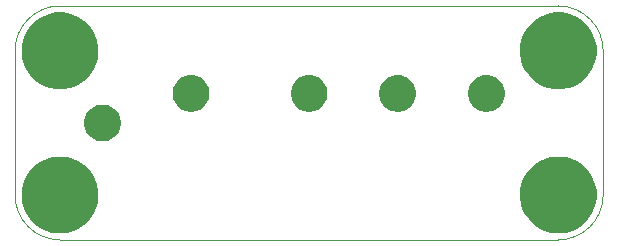
<source format=gbs>
G04 #@! TF.GenerationSoftware,KiCad,Pcbnew,5.1.4*
G04 #@! TF.CreationDate,2019-09-17T23:22:18+02:00*
G04 #@! TF.ProjectId,Tunnelling-Amp,54756e6e-656c-46c6-996e-672d416d702e,rev?*
G04 #@! TF.SameCoordinates,Original*
G04 #@! TF.FileFunction,Soldermask,Bot*
G04 #@! TF.FilePolarity,Negative*
%FSLAX46Y46*%
G04 Gerber Fmt 4.6, Leading zero omitted, Abs format (unit mm)*
G04 Created by KiCad (PCBNEW 5.1.4) date 2019-09-17 23:22:18*
%MOMM*%
%LPD*%
G04 APERTURE LIST*
%ADD10C,0.050000*%
%ADD11C,0.150000*%
G04 APERTURE END LIST*
D10*
X137300000Y-131215000D02*
X137300000Y-119115000D01*
X91300000Y-135015000D02*
X133500000Y-135015000D01*
X87500000Y-119015000D02*
X87500000Y-131215000D01*
X133500000Y-115213684D02*
X91300000Y-115215000D01*
X137300000Y-131215000D02*
G75*
G02X133500000Y-135015000I-3800000J0D01*
G01*
X133500000Y-115213684D02*
G75*
G02X137300000Y-119115000I0J-3801316D01*
G01*
X87500000Y-119015000D02*
G75*
G02X91300000Y-115215000I3800000J0D01*
G01*
X91300000Y-135015000D02*
G75*
G02X87500000Y-131215000I0J3800000D01*
G01*
D11*
G36*
X91934239Y-128026467D02*
G01*
X92248282Y-128088934D01*
X92839926Y-128334001D01*
X93372392Y-128689784D01*
X93825216Y-129142608D01*
X94180999Y-129675074D01*
X94426066Y-130266718D01*
X94426066Y-130266719D01*
X94551000Y-130894803D01*
X94551000Y-131535197D01*
X94488533Y-131849239D01*
X94426066Y-132163282D01*
X94180999Y-132754926D01*
X93825216Y-133287392D01*
X93372392Y-133740216D01*
X92839926Y-134095999D01*
X92248282Y-134341066D01*
X91934239Y-134403533D01*
X91620197Y-134466000D01*
X90979803Y-134466000D01*
X90665761Y-134403533D01*
X90351718Y-134341066D01*
X89760074Y-134095999D01*
X89227608Y-133740216D01*
X88774784Y-133287392D01*
X88419001Y-132754926D01*
X88173934Y-132163282D01*
X88111467Y-131849239D01*
X88049000Y-131535197D01*
X88049000Y-130894803D01*
X88173934Y-130266719D01*
X88173934Y-130266718D01*
X88419001Y-129675074D01*
X88774784Y-129142608D01*
X89227608Y-128689784D01*
X89760074Y-128334001D01*
X90351718Y-128088934D01*
X90665761Y-128026467D01*
X90979803Y-127964000D01*
X91620197Y-127964000D01*
X91934239Y-128026467D01*
X91934239Y-128026467D01*
G37*
G36*
X134134239Y-128026467D02*
G01*
X134448282Y-128088934D01*
X135039926Y-128334001D01*
X135572392Y-128689784D01*
X136025216Y-129142608D01*
X136380999Y-129675074D01*
X136626066Y-130266718D01*
X136626066Y-130266719D01*
X136751000Y-130894803D01*
X136751000Y-131535197D01*
X136688533Y-131849239D01*
X136626066Y-132163282D01*
X136380999Y-132754926D01*
X136025216Y-133287392D01*
X135572392Y-133740216D01*
X135039926Y-134095999D01*
X134448282Y-134341066D01*
X134134239Y-134403533D01*
X133820197Y-134466000D01*
X133179803Y-134466000D01*
X132865761Y-134403533D01*
X132551718Y-134341066D01*
X131960074Y-134095999D01*
X131427608Y-133740216D01*
X130974784Y-133287392D01*
X130619001Y-132754926D01*
X130373934Y-132163282D01*
X130311467Y-131849239D01*
X130249000Y-131535197D01*
X130249000Y-130894803D01*
X130373934Y-130266719D01*
X130373934Y-130266718D01*
X130619001Y-129675074D01*
X130974784Y-129142608D01*
X131427608Y-128689784D01*
X131960074Y-128334001D01*
X132551718Y-128088934D01*
X132865761Y-128026467D01*
X133179803Y-127964000D01*
X133820197Y-127964000D01*
X134134239Y-128026467D01*
X134134239Y-128026467D01*
G37*
G36*
X95202585Y-123593802D02*
G01*
X95352410Y-123623604D01*
X95634674Y-123740521D01*
X95888705Y-123910259D01*
X96104741Y-124126295D01*
X96274479Y-124380326D01*
X96391396Y-124662590D01*
X96451000Y-124962240D01*
X96451000Y-125267760D01*
X96391396Y-125567410D01*
X96274479Y-125849674D01*
X96104741Y-126103705D01*
X95888705Y-126319741D01*
X95634674Y-126489479D01*
X95352410Y-126606396D01*
X95202585Y-126636198D01*
X95052761Y-126666000D01*
X94747239Y-126666000D01*
X94597415Y-126636198D01*
X94447590Y-126606396D01*
X94165326Y-126489479D01*
X93911295Y-126319741D01*
X93695259Y-126103705D01*
X93525521Y-125849674D01*
X93408604Y-125567410D01*
X93349000Y-125267760D01*
X93349000Y-124962240D01*
X93408604Y-124662590D01*
X93525521Y-124380326D01*
X93695259Y-124126295D01*
X93911295Y-123910259D01*
X94165326Y-123740521D01*
X94447590Y-123623604D01*
X94597415Y-123593802D01*
X94747239Y-123564000D01*
X95052761Y-123564000D01*
X95202585Y-123593802D01*
X95202585Y-123593802D01*
G37*
G36*
X127670355Y-121087391D02*
G01*
X127852410Y-121123604D01*
X128134674Y-121240521D01*
X128388705Y-121410259D01*
X128604741Y-121626295D01*
X128774479Y-121880326D01*
X128891396Y-122162590D01*
X128951000Y-122462240D01*
X128951000Y-122767760D01*
X128891396Y-123067410D01*
X128774479Y-123349674D01*
X128604741Y-123603705D01*
X128388705Y-123819741D01*
X128134674Y-123989479D01*
X127852410Y-124106396D01*
X127702585Y-124136198D01*
X127552761Y-124166000D01*
X127247239Y-124166000D01*
X127097415Y-124136198D01*
X126947590Y-124106396D01*
X126665326Y-123989479D01*
X126411295Y-123819741D01*
X126195259Y-123603705D01*
X126025521Y-123349674D01*
X125908604Y-123067410D01*
X125849000Y-122767760D01*
X125849000Y-122462240D01*
X125908604Y-122162590D01*
X126025521Y-121880326D01*
X126195259Y-121626295D01*
X126411295Y-121410259D01*
X126665326Y-121240521D01*
X126947590Y-121123604D01*
X127129645Y-121087391D01*
X127247239Y-121064000D01*
X127552761Y-121064000D01*
X127670355Y-121087391D01*
X127670355Y-121087391D01*
G37*
G36*
X120170355Y-121087391D02*
G01*
X120352410Y-121123604D01*
X120634674Y-121240521D01*
X120888705Y-121410259D01*
X121104741Y-121626295D01*
X121274479Y-121880326D01*
X121391396Y-122162590D01*
X121451000Y-122462240D01*
X121451000Y-122767760D01*
X121391396Y-123067410D01*
X121274479Y-123349674D01*
X121104741Y-123603705D01*
X120888705Y-123819741D01*
X120634674Y-123989479D01*
X120352410Y-124106396D01*
X120202585Y-124136198D01*
X120052761Y-124166000D01*
X119747239Y-124166000D01*
X119597415Y-124136198D01*
X119447590Y-124106396D01*
X119165326Y-123989479D01*
X118911295Y-123819741D01*
X118695259Y-123603705D01*
X118525521Y-123349674D01*
X118408604Y-123067410D01*
X118349000Y-122767760D01*
X118349000Y-122462240D01*
X118408604Y-122162590D01*
X118525521Y-121880326D01*
X118695259Y-121626295D01*
X118911295Y-121410259D01*
X119165326Y-121240521D01*
X119447590Y-121123604D01*
X119629645Y-121087391D01*
X119747239Y-121064000D01*
X120052761Y-121064000D01*
X120170355Y-121087391D01*
X120170355Y-121087391D01*
G37*
G36*
X112670355Y-121087391D02*
G01*
X112852410Y-121123604D01*
X113134674Y-121240521D01*
X113388705Y-121410259D01*
X113604741Y-121626295D01*
X113774479Y-121880326D01*
X113891396Y-122162590D01*
X113951000Y-122462240D01*
X113951000Y-122767760D01*
X113891396Y-123067410D01*
X113774479Y-123349674D01*
X113604741Y-123603705D01*
X113388705Y-123819741D01*
X113134674Y-123989479D01*
X112852410Y-124106396D01*
X112702585Y-124136198D01*
X112552761Y-124166000D01*
X112247239Y-124166000D01*
X112097415Y-124136198D01*
X111947590Y-124106396D01*
X111665326Y-123989479D01*
X111411295Y-123819741D01*
X111195259Y-123603705D01*
X111025521Y-123349674D01*
X110908604Y-123067410D01*
X110849000Y-122767760D01*
X110849000Y-122462240D01*
X110908604Y-122162590D01*
X111025521Y-121880326D01*
X111195259Y-121626295D01*
X111411295Y-121410259D01*
X111665326Y-121240521D01*
X111947590Y-121123604D01*
X112129645Y-121087391D01*
X112247239Y-121064000D01*
X112552761Y-121064000D01*
X112670355Y-121087391D01*
X112670355Y-121087391D01*
G37*
G36*
X102670355Y-121087391D02*
G01*
X102852410Y-121123604D01*
X103134674Y-121240521D01*
X103388705Y-121410259D01*
X103604741Y-121626295D01*
X103774479Y-121880326D01*
X103891396Y-122162590D01*
X103951000Y-122462240D01*
X103951000Y-122767760D01*
X103891396Y-123067410D01*
X103774479Y-123349674D01*
X103604741Y-123603705D01*
X103388705Y-123819741D01*
X103134674Y-123989479D01*
X102852410Y-124106396D01*
X102702585Y-124136198D01*
X102552761Y-124166000D01*
X102247239Y-124166000D01*
X102097415Y-124136198D01*
X101947590Y-124106396D01*
X101665326Y-123989479D01*
X101411295Y-123819741D01*
X101195259Y-123603705D01*
X101025521Y-123349674D01*
X100908604Y-123067410D01*
X100849000Y-122767760D01*
X100849000Y-122462240D01*
X100908604Y-122162590D01*
X101025521Y-121880326D01*
X101195259Y-121626295D01*
X101411295Y-121410259D01*
X101665326Y-121240521D01*
X101947590Y-121123604D01*
X102129645Y-121087391D01*
X102247239Y-121064000D01*
X102552761Y-121064000D01*
X102670355Y-121087391D01*
X102670355Y-121087391D01*
G37*
G36*
X134134239Y-115826467D02*
G01*
X134448282Y-115888934D01*
X135039926Y-116134001D01*
X135572392Y-116489784D01*
X136025216Y-116942608D01*
X136380999Y-117475074D01*
X136626066Y-118066718D01*
X136626066Y-118066719D01*
X136751000Y-118694803D01*
X136751000Y-119335197D01*
X136688533Y-119649239D01*
X136626066Y-119963282D01*
X136380999Y-120554926D01*
X136025216Y-121087392D01*
X135572392Y-121540216D01*
X135039926Y-121895999D01*
X134448282Y-122141066D01*
X134340073Y-122162590D01*
X133820197Y-122266000D01*
X133179803Y-122266000D01*
X132659927Y-122162590D01*
X132551718Y-122141066D01*
X131960074Y-121895999D01*
X131427608Y-121540216D01*
X130974784Y-121087392D01*
X130619001Y-120554926D01*
X130373934Y-119963282D01*
X130311467Y-119649239D01*
X130249000Y-119335197D01*
X130249000Y-118694803D01*
X130373934Y-118066719D01*
X130373934Y-118066718D01*
X130619001Y-117475074D01*
X130974784Y-116942608D01*
X131427608Y-116489784D01*
X131960074Y-116134001D01*
X132551718Y-115888934D01*
X132865761Y-115826467D01*
X133179803Y-115764000D01*
X133820197Y-115764000D01*
X134134239Y-115826467D01*
X134134239Y-115826467D01*
G37*
G36*
X91934239Y-115826467D02*
G01*
X92248282Y-115888934D01*
X92839926Y-116134001D01*
X93372392Y-116489784D01*
X93825216Y-116942608D01*
X94180999Y-117475074D01*
X94426066Y-118066718D01*
X94426066Y-118066719D01*
X94551000Y-118694803D01*
X94551000Y-119335197D01*
X94488533Y-119649239D01*
X94426066Y-119963282D01*
X94180999Y-120554926D01*
X93825216Y-121087392D01*
X93372392Y-121540216D01*
X92839926Y-121895999D01*
X92248282Y-122141066D01*
X92140073Y-122162590D01*
X91620197Y-122266000D01*
X90979803Y-122266000D01*
X90459927Y-122162590D01*
X90351718Y-122141066D01*
X89760074Y-121895999D01*
X89227608Y-121540216D01*
X88774784Y-121087392D01*
X88419001Y-120554926D01*
X88173934Y-119963282D01*
X88111467Y-119649239D01*
X88049000Y-119335197D01*
X88049000Y-118694803D01*
X88173934Y-118066719D01*
X88173934Y-118066718D01*
X88419001Y-117475074D01*
X88774784Y-116942608D01*
X89227608Y-116489784D01*
X89760074Y-116134001D01*
X90351718Y-115888934D01*
X90665761Y-115826467D01*
X90979803Y-115764000D01*
X91620197Y-115764000D01*
X91934239Y-115826467D01*
X91934239Y-115826467D01*
G37*
M02*

</source>
